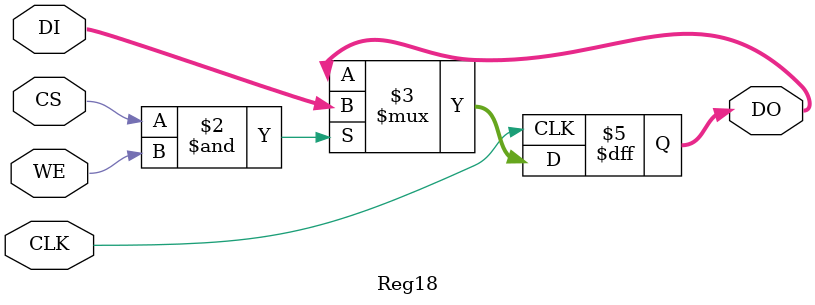
<source format=v>

module Reg18(
    input CLK,
    input CS,
    input WE,
	 input [17:0] DI,

    output reg [17:0] DO
    );

	 always @ (posedge CLK)
		if (CS & WE) DO <= DI;

endmodule

</source>
